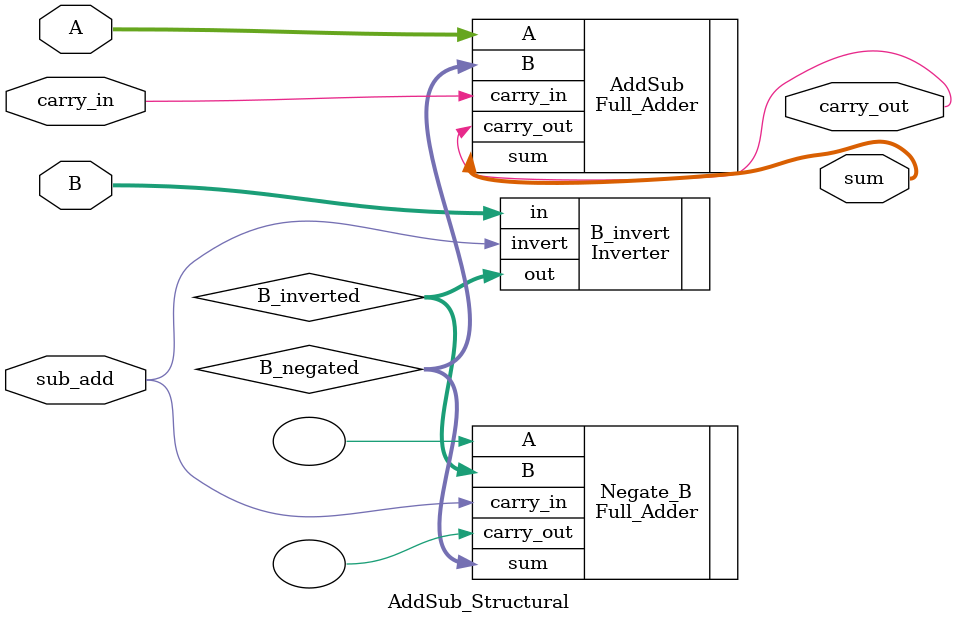
<source format=v>


// This should synthesize without using the carry-chain logic, and thus
// synthesize using plain LUT logic, which for short word widths can be an
// advantage.

// Same interface as AddSub_Ripple_Carry

`default_nettype none

module AddSub_Structural
#(
    parameter WORD_WIDTH                        = 0
)
(
    input   wire                                sub_add,    // 1/0 A-B/A+B
    input   wire                                carry_in,
    input   wire    signed  [WORD_WIDTH-1:0]    A,
    input   wire    signed  [WORD_WIDTH-1:0]    B,
    output  wire    signed  [WORD_WIDTH-1:0]    sum,
    output  wire                                carry_out
);

// --------------------------------------------------------------------

    localparam zero = {WORD_WIDTH{1'b0}};

// --------------------------------------------------------------------

    // ~B = -B-1

    wire [WORD_WIDTH-1:0] B_inverted;

    Inverter
    #(
        .WORD_WIDTH     (WORD_WIDTH)
    )
    B_invert
    (
        .invert (sub_add),
        .in     (B),
        .out    (B_inverted)
    );

// --------------------------------------------------------------------

    // ~B+1 = -B

    wire [WORD_WIDTH-1:0] B_negated;

    Full_Adder
    #(
        .WORD_WIDTH (WORD_WIDTH)
    )
    Negate_B
    (
        .carry_in   (sub_add),
        .A          (zero),
        .B          (B_inverted),
        .sum        (B_negated),
        .carry_out  ()
    );

// --------------------------------------------------------------------

    // A+/-B

    Full_Adder
    #(
        .WORD_WIDTH (WORD_WIDTH)
    )
    AddSub
    (
        .carry_in   (carry_in),
        .A          (A),
        .B          (B_negated),
        .sum        (sum),
        .carry_out  (carry_out)
    );

endmodule


</source>
